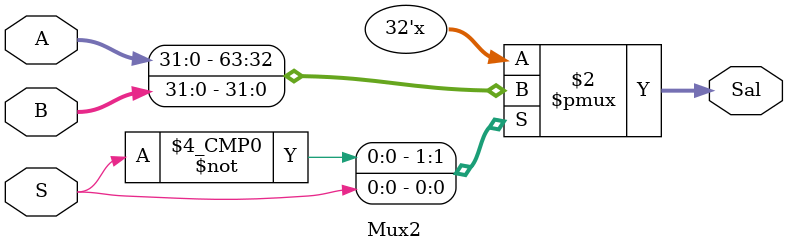
<source format=v>
`timescale 1ns/1ns

module Mux2 (
		input [31:0]A,
		input [31:0]B,
		input S,
		output reg[31:0]Sal
);



always @*
begin
	case (S)
		1'b0:
		begin
			Sal = A;
		end
		1'b1:
		begin
			Sal = B;
		end
	endcase
end

endmodule

</source>
